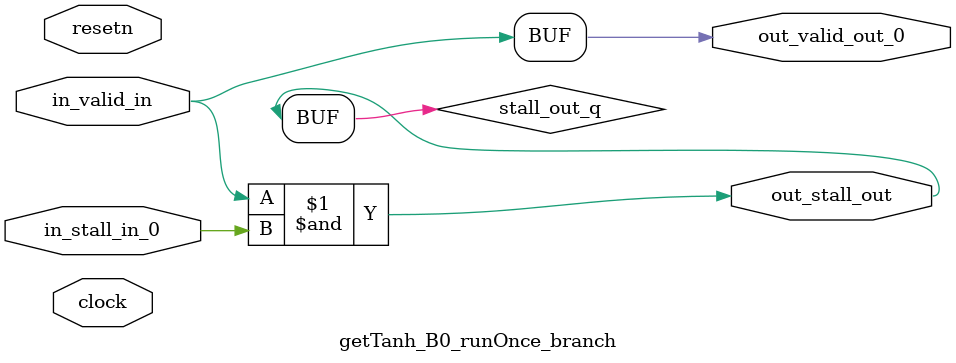
<source format=sv>



(* altera_attribute = "-name AUTO_SHIFT_REGISTER_RECOGNITION OFF; -name MESSAGE_DISABLE 10036; -name MESSAGE_DISABLE 10037; -name MESSAGE_DISABLE 14130; -name MESSAGE_DISABLE 14320; -name MESSAGE_DISABLE 15400; -name MESSAGE_DISABLE 14130; -name MESSAGE_DISABLE 10036; -name MESSAGE_DISABLE 12020; -name MESSAGE_DISABLE 12030; -name MESSAGE_DISABLE 12010; -name MESSAGE_DISABLE 12110; -name MESSAGE_DISABLE 14320; -name MESSAGE_DISABLE 13410; -name MESSAGE_DISABLE 113007; -name MESSAGE_DISABLE 10958" *)
module getTanh_B0_runOnce_branch (
    input wire [0:0] in_stall_in_0,
    input wire [0:0] in_valid_in,
    output wire [0:0] out_stall_out,
    output wire [0:0] out_valid_out_0,
    input wire clock,
    input wire resetn
    );

    wire [0:0] stall_out_q;


    // stall_out(LOGICAL,6)
    assign stall_out_q = in_valid_in & in_stall_in_0;

    // out_stall_out(GPOUT,4)
    assign out_stall_out = stall_out_q;

    // out_valid_out_0(GPOUT,5)
    assign out_valid_out_0 = in_valid_in;

endmodule

</source>
